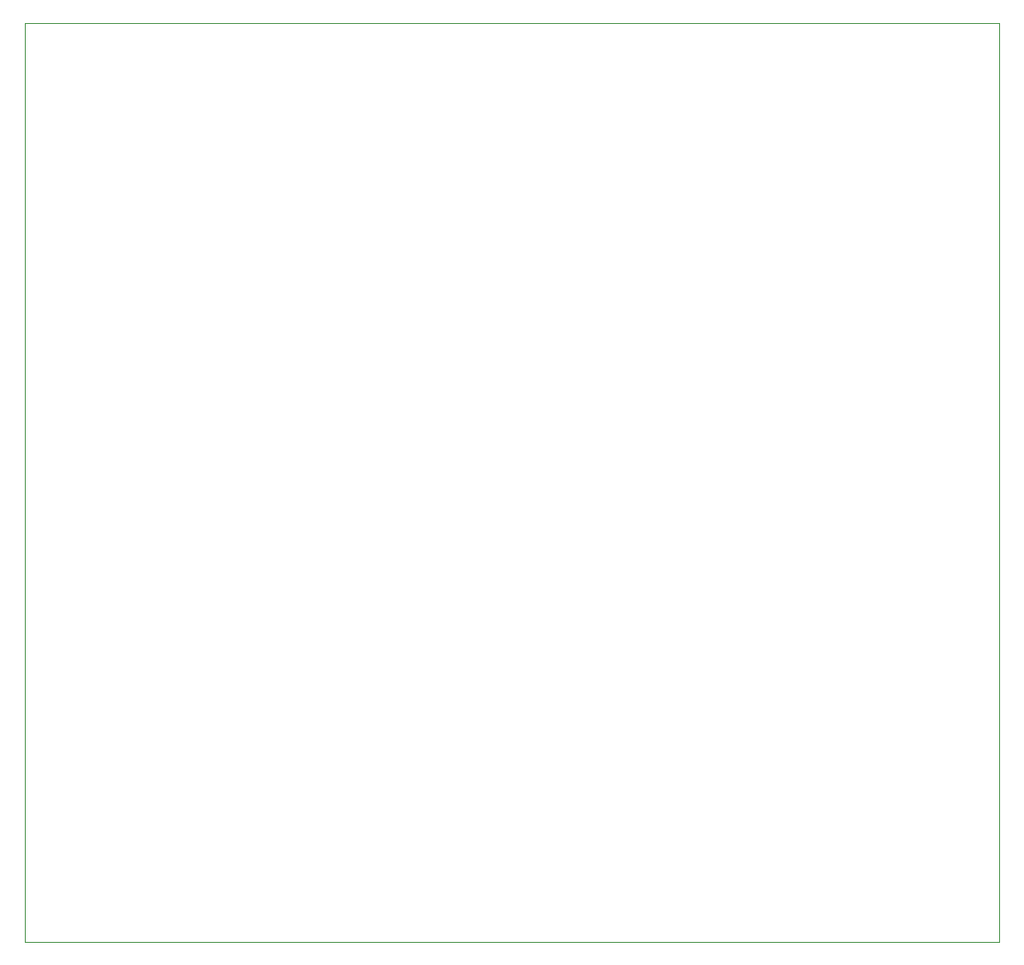
<source format=gbr>
%TF.GenerationSoftware,KiCad,Pcbnew,7.0.7*%
%TF.CreationDate,2023-10-03T01:03:54-04:00*%
%TF.ProjectId,PB_8_DMX,50425f38-5f44-44d5-982e-6b696361645f,v1*%
%TF.SameCoordinates,Original*%
%TF.FileFunction,Profile,NP*%
%FSLAX46Y46*%
G04 Gerber Fmt 4.6, Leading zero omitted, Abs format (unit mm)*
G04 Created by KiCad (PCBNEW 7.0.7) date 2023-10-03 01:03:54*
%MOMM*%
%LPD*%
G01*
G04 APERTURE LIST*
%TA.AperFunction,Profile*%
%ADD10C,0.050000*%
%TD*%
G04 APERTURE END LIST*
D10*
X17183800Y-9114300D02*
X17183800Y78585700D01*
X-75816200Y78585700D02*
X-75816200Y-9114300D01*
X17183800Y78585700D02*
X-75816200Y78585700D01*
X17183800Y-9114300D02*
X-75816200Y-9114300D01*
M02*

</source>
